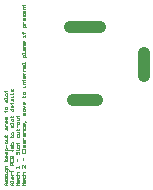
<source format=gm1>
G04*
G04 #@! TF.GenerationSoftware,Altium Limited,Altium Designer,18.1.6 (161)*
G04*
G04 Layer_Color=16711935*
%FSLAX25Y25*%
%MOIN*%
G70*
G01*
G75*
%ADD63C,0.03937*%
%ADD64C,0.00118*%
D63*
X935579Y131000D02*
X945421D01*
X960185Y114465D02*
Y122339D01*
X936563Y106591D02*
X944437D01*
D64*
X916619Y78189D02*
X915831D01*
X915438Y78583D01*
X915831Y78976D01*
X916619D01*
X916028D01*
Y78189D01*
X916619Y79370D02*
Y79763D01*
Y79567D01*
X915438D01*
Y79370D01*
X916619Y80944D02*
Y80550D01*
X916422Y80354D01*
X916028D01*
X915831Y80550D01*
Y80944D01*
X916028Y81141D01*
X916225D01*
Y80354D01*
X915831Y81534D02*
X916619D01*
X916225D01*
X916028Y81731D01*
X915831Y81928D01*
Y82125D01*
X915635Y82912D02*
X915831D01*
Y82715D01*
Y83109D01*
Y82912D01*
X916422D01*
X916619Y83109D01*
Y84880D02*
X915438D01*
Y85470D01*
X915635Y85667D01*
X916028D01*
X916225Y85470D01*
Y84880D01*
X915635Y86848D02*
X915438Y86651D01*
Y86257D01*
X915635Y86061D01*
X916422D01*
X916619Y86257D01*
Y86651D01*
X916422Y86848D01*
X915438Y87241D02*
X916619D01*
Y87831D01*
X916422Y88028D01*
X916225D01*
X916028Y87831D01*
Y87241D01*
Y87831D01*
X915831Y88028D01*
X915635D01*
X915438Y87831D01*
Y87241D01*
X916619Y89799D02*
X915635D01*
X916028D01*
Y89603D01*
Y89996D01*
Y89799D01*
X915635D01*
X915438Y89996D01*
X915831Y90783D02*
Y91177D01*
X916028Y91374D01*
X916619D01*
Y90783D01*
X916422Y90587D01*
X916225Y90783D01*
Y91374D01*
X915438Y91767D02*
X916619D01*
Y92358D01*
X916422Y92554D01*
X916225D01*
X916028D01*
X915831Y92358D01*
Y91767D01*
X915635Y94326D02*
X915831D01*
Y94129D01*
Y94522D01*
Y94326D01*
X916422D01*
X916619Y94522D01*
Y95309D02*
Y95703D01*
X916422Y95900D01*
X916028D01*
X915831Y95703D01*
Y95309D01*
X916028Y95113D01*
X916422D01*
X916619Y95309D01*
Y97474D02*
Y98064D01*
X916422Y98261D01*
X916225Y98064D01*
Y97671D01*
X916028Y97474D01*
X915831Y97671D01*
Y98261D01*
X916619Y98655D02*
Y99048D01*
Y98852D01*
X915438D01*
Y98655D01*
X916619Y99835D02*
Y100229D01*
X916422Y100426D01*
X916028D01*
X915831Y100229D01*
Y99835D01*
X916028Y99639D01*
X916422D01*
X916619Y99835D01*
X915635Y101016D02*
X915831D01*
Y100819D01*
Y101213D01*
Y101016D01*
X916422D01*
X916619Y101213D01*
X915438Y103771D02*
X916619D01*
Y103181D01*
X916422Y102984D01*
X916028D01*
X915831Y103181D01*
Y103771D01*
X916619Y104755D02*
Y104362D01*
X916422Y104165D01*
X916028D01*
X915831Y104362D01*
Y104755D01*
X916028Y104952D01*
X916225D01*
Y104165D01*
X915635Y105542D02*
X915831D01*
Y105345D01*
Y105739D01*
Y105542D01*
X916422D01*
X916619Y105739D01*
X915831Y106526D02*
Y106920D01*
X916028Y107117D01*
X916619D01*
Y106526D01*
X916422Y106330D01*
X916225Y106526D01*
Y107117D01*
X916619Y107510D02*
Y107904D01*
Y107707D01*
X915831D01*
Y107510D01*
X916619Y108494D02*
Y108888D01*
Y108691D01*
X915438D01*
Y108494D01*
X916619Y109478D02*
Y110068D01*
X916422Y110265D01*
X916225Y110068D01*
Y109675D01*
X916028Y109478D01*
X915831Y109675D01*
Y110265D01*
X914650Y78189D02*
X913863D01*
X913469Y78583D01*
X913863Y78976D01*
X914650D01*
X914060D01*
Y78189D01*
X914650Y79370D02*
Y79960D01*
X914453Y80157D01*
X914256Y79960D01*
Y79567D01*
X914060Y79370D01*
X913863Y79567D01*
Y80157D01*
X914650Y80550D02*
Y81141D01*
X914453Y81338D01*
X914256Y81141D01*
Y80747D01*
X914060Y80550D01*
X913863Y80747D01*
Y81338D01*
X914650Y81731D02*
Y82125D01*
Y81928D01*
X913863D01*
Y81731D01*
X915044Y83109D02*
Y83305D01*
X914847Y83502D01*
X913863D01*
Y82912D01*
X914060Y82715D01*
X914453D01*
X914650Y82912D01*
Y83502D01*
Y83896D02*
X913863D01*
Y84486D01*
X914060Y84683D01*
X914650D01*
Y86257D02*
X913469D01*
X914256D02*
X913863Y86848D01*
X914256Y86257D02*
X914650Y86848D01*
Y88028D02*
Y87635D01*
X914453Y87438D01*
X914060D01*
X913863Y87635D01*
Y88028D01*
X914060Y88225D01*
X914256D01*
Y87438D01*
X914650Y89209D02*
Y88815D01*
X914453Y88619D01*
X914060D01*
X913863Y88815D01*
Y89209D01*
X914060Y89406D01*
X914256D01*
Y88619D01*
X915044Y89799D02*
X913863D01*
Y90390D01*
X914060Y90587D01*
X914453D01*
X914650Y90390D01*
Y89799D01*
X914060Y90980D02*
Y91767D01*
X914650Y92358D02*
Y92751D01*
X914453Y92948D01*
X914060D01*
X913863Y92751D01*
Y92358D01*
X914060Y92161D01*
X914453D01*
X914650Y92358D01*
X913863Y93342D02*
X914453D01*
X914650Y93538D01*
Y94129D01*
X913863D01*
X913666Y94719D02*
X913863D01*
Y94522D01*
Y94916D01*
Y94719D01*
X914453D01*
X914650Y94916D01*
X913863Y96884D02*
Y97277D01*
X914060Y97474D01*
X914650D01*
Y96884D01*
X914453Y96687D01*
X914256Y96884D01*
Y97474D01*
X913863Y97868D02*
X914650D01*
X914256D01*
X914060Y98064D01*
X913863Y98261D01*
Y98458D01*
X914650Y99639D02*
Y99245D01*
X914453Y99048D01*
X914060D01*
X913863Y99245D01*
Y99639D01*
X914060Y99835D01*
X914256D01*
Y99048D01*
X913863Y100426D02*
Y100820D01*
X914060Y101016D01*
X914650D01*
Y100426D01*
X914453Y100229D01*
X914256Y100426D01*
Y101016D01*
X913666Y102787D02*
X913863D01*
Y102591D01*
Y102984D01*
Y102787D01*
X914453D01*
X914650Y102984D01*
Y103771D02*
Y104165D01*
X914453Y104362D01*
X914060D01*
X913863Y104165D01*
Y103771D01*
X914060Y103575D01*
X914453D01*
X914650Y103771D01*
Y105936D02*
Y106526D01*
X914453Y106723D01*
X914256Y106526D01*
Y106133D01*
X914060Y105936D01*
X913863Y106133D01*
Y106723D01*
X914650Y107117D02*
Y107510D01*
Y107313D01*
X913469D01*
Y107117D01*
X914650Y108297D02*
Y108691D01*
X914453Y108888D01*
X914060D01*
X913863Y108691D01*
Y108297D01*
X914060Y108101D01*
X914453D01*
X914650Y108297D01*
X913666Y109478D02*
X913863D01*
Y109281D01*
Y109675D01*
Y109478D01*
X914453D01*
X914650Y109675D01*
X918587Y78189D02*
X917406D01*
X917800Y78583D01*
X917406Y78976D01*
X918587D01*
Y79960D02*
Y79567D01*
X918390Y79370D01*
X917997D01*
X917800Y79567D01*
Y79960D01*
X917997Y80157D01*
X918193D01*
Y79370D01*
X917800Y81338D02*
Y80747D01*
X917997Y80550D01*
X918390D01*
X918587Y80747D01*
Y81338D01*
X917406Y81731D02*
X918587D01*
X917997D01*
X917800Y81928D01*
Y82322D01*
X917997Y82518D01*
X918587D01*
Y84093D02*
Y84486D01*
Y84289D01*
X917406D01*
X917603Y84093D01*
X917997Y86257D02*
Y87044D01*
X917603Y89406D02*
X917406Y89209D01*
Y88815D01*
X917603Y88619D01*
X917800D01*
X917997Y88815D01*
Y89209D01*
X918193Y89406D01*
X918390D01*
X918587Y89209D01*
Y88815D01*
X918390Y88619D01*
X918587Y89799D02*
Y90193D01*
Y89996D01*
X917406D01*
Y89799D01*
X918587Y90980D02*
Y91374D01*
X918390Y91571D01*
X917997D01*
X917800Y91374D01*
Y90980D01*
X917997Y90783D01*
X918390D01*
X918587Y90980D01*
X917603Y92161D02*
X917800D01*
Y91964D01*
Y92358D01*
Y92161D01*
X918390D01*
X918587Y92358D01*
X917800Y94916D02*
Y94326D01*
X917997Y94129D01*
X918390D01*
X918587Y94326D01*
Y94916D01*
X917800Y95309D02*
X918390D01*
X918587Y95506D01*
Y96097D01*
X917800D01*
X917603Y96687D02*
X917800D01*
Y96490D01*
Y96884D01*
Y96687D01*
X918390D01*
X918587Y96884D01*
X917997Y97474D02*
Y98261D01*
X918587Y98852D02*
Y99245D01*
X918390Y99442D01*
X917997D01*
X917800Y99245D01*
Y98852D01*
X917997Y98655D01*
X918390D01*
X918587Y98852D01*
X917800Y99835D02*
X918390D01*
X918587Y100032D01*
Y100623D01*
X917800D01*
X917603Y101213D02*
X917800D01*
Y101016D01*
Y101410D01*
Y101213D01*
X918390D01*
X918587Y101410D01*
X920555Y78189D02*
X919375D01*
X919768Y78583D01*
X919375Y78976D01*
X920555D01*
Y79960D02*
Y79567D01*
X920359Y79370D01*
X919965D01*
X919768Y79567D01*
Y79960D01*
X919965Y80157D01*
X920162D01*
Y79370D01*
X919768Y81338D02*
Y80747D01*
X919965Y80550D01*
X920359D01*
X920555Y80747D01*
Y81338D01*
X919375Y81731D02*
X920555D01*
X919965D01*
X919768Y81928D01*
Y82322D01*
X919965Y82518D01*
X920555D01*
Y84880D02*
Y84093D01*
X919768Y84880D01*
X919571D01*
X919375Y84683D01*
Y84289D01*
X919571Y84093D01*
X919965Y86454D02*
Y87241D01*
X919571Y89603D02*
X919375Y89406D01*
Y89012D01*
X919571Y88815D01*
X920359D01*
X920555Y89012D01*
Y89406D01*
X920359Y89603D01*
X920555Y89996D02*
Y90390D01*
Y90193D01*
X919375D01*
Y89996D01*
X920555Y91571D02*
Y91177D01*
X920359Y90980D01*
X919965D01*
X919768Y91177D01*
Y91571D01*
X919965Y91767D01*
X920162D01*
Y90980D01*
X919768Y92358D02*
Y92751D01*
X919965Y92948D01*
X920555D01*
Y92358D01*
X920359Y92161D01*
X920162Y92358D01*
Y92948D01*
X919768Y93342D02*
X920555D01*
X920162D01*
X919965Y93538D01*
X919768Y93735D01*
Y93932D01*
Y94719D02*
Y95113D01*
X919965Y95309D01*
X920555D01*
Y94719D01*
X920359Y94522D01*
X920162Y94719D01*
Y95309D01*
X920555Y95703D02*
X919768D01*
Y96293D01*
X919965Y96490D01*
X920555D01*
X919768Y97671D02*
Y97080D01*
X919965Y96884D01*
X920359D01*
X920555Y97080D01*
Y97671D01*
Y98655D02*
Y98261D01*
X920359Y98064D01*
X919965D01*
X919768Y98261D01*
Y98655D01*
X919965Y98852D01*
X920162D01*
Y98064D01*
X920752Y99442D02*
X920555Y99639D01*
X920359D01*
Y99442D01*
X920555D01*
Y99639D01*
X920752Y99442D01*
X920949Y99245D01*
X920555Y101607D02*
X919768D01*
Y101803D01*
X919965Y102000D01*
X920555D01*
X919965D01*
X919768Y102197D01*
X919965Y102394D01*
X920555D01*
Y102984D02*
Y103378D01*
X920359Y103575D01*
X919965D01*
X919768Y103378D01*
Y102984D01*
X919965Y102787D01*
X920359D01*
X920555Y102984D01*
X919768Y103968D02*
X920555Y104362D01*
X919768Y104755D01*
X920555Y105739D02*
Y105346D01*
X920359Y105149D01*
X919965D01*
X919768Y105346D01*
Y105739D01*
X919965Y105936D01*
X920162D01*
Y105149D01*
X919571Y107707D02*
X919768D01*
Y107510D01*
Y107904D01*
Y107707D01*
X920359D01*
X920555Y107904D01*
Y108691D02*
Y109084D01*
X920359Y109281D01*
X919965D01*
X919768Y109084D01*
Y108691D01*
X919965Y108494D01*
X920359D01*
X920555Y108691D01*
Y110856D02*
Y111249D01*
Y111052D01*
X919768D01*
Y110856D01*
X920555Y111839D02*
X919768D01*
Y112430D01*
X919965Y112627D01*
X920555D01*
X919571Y113217D02*
X919768D01*
Y113020D01*
Y113414D01*
Y113217D01*
X920359D01*
X920555Y113414D01*
Y114594D02*
Y114201D01*
X920359Y114004D01*
X919965D01*
X919768Y114201D01*
Y114594D01*
X919965Y114791D01*
X920162D01*
Y114004D01*
X919768Y115185D02*
X920555D01*
X920162D01*
X919965Y115382D01*
X919768Y115578D01*
Y115775D01*
X920555Y116366D02*
X919768D01*
Y116956D01*
X919965Y117153D01*
X920555D01*
X919768Y117743D02*
Y118137D01*
X919965Y118333D01*
X920555D01*
Y117743D01*
X920359Y117546D01*
X920162Y117743D01*
Y118333D01*
X920555Y118727D02*
Y119121D01*
Y118924D01*
X919375D01*
Y118727D01*
X920949Y120892D02*
X919768D01*
Y121482D01*
X919965Y121679D01*
X920359D01*
X920555Y121482D01*
Y120892D01*
Y122072D02*
Y122466D01*
Y122269D01*
X919375D01*
Y122072D01*
X919768Y123253D02*
Y123647D01*
X919965Y123844D01*
X920555D01*
Y123253D01*
X920359Y123056D01*
X920162Y123253D01*
Y123844D01*
X920555Y124237D02*
X919768D01*
Y124827D01*
X919965Y125024D01*
X920555D01*
Y126008D02*
Y125615D01*
X920359Y125418D01*
X919965D01*
X919768Y125615D01*
Y126008D01*
X919965Y126205D01*
X920162D01*
Y125418D01*
X920555Y127779D02*
Y128173D01*
Y127976D01*
X919768D01*
Y127779D01*
X920555Y128960D02*
X919571D01*
X919965D01*
Y128763D01*
Y129157D01*
Y128960D01*
X919571D01*
X919375Y129157D01*
X920949Y130928D02*
X919768D01*
Y131518D01*
X919965Y131715D01*
X920359D01*
X920555Y131518D01*
Y130928D01*
X919768Y132108D02*
X920555D01*
X920162D01*
X919965Y132305D01*
X919768Y132502D01*
Y132699D01*
X920555Y133880D02*
Y133486D01*
X920359Y133289D01*
X919965D01*
X919768Y133486D01*
Y133880D01*
X919965Y134076D01*
X920162D01*
Y133289D01*
X920555Y134470D02*
Y135060D01*
X920359Y135257D01*
X920162Y135060D01*
Y134667D01*
X919965Y134470D01*
X919768Y134667D01*
Y135257D01*
X920555Y136241D02*
Y135847D01*
X920359Y135651D01*
X919965D01*
X919768Y135847D01*
Y136241D01*
X919965Y136438D01*
X920162D01*
Y135651D01*
X920555Y136831D02*
X919768D01*
Y137422D01*
X919965Y137619D01*
X920555D01*
X919571Y138209D02*
X919768D01*
Y138012D01*
Y138406D01*
Y138209D01*
X920359D01*
X920555Y138406D01*
M02*

</source>
